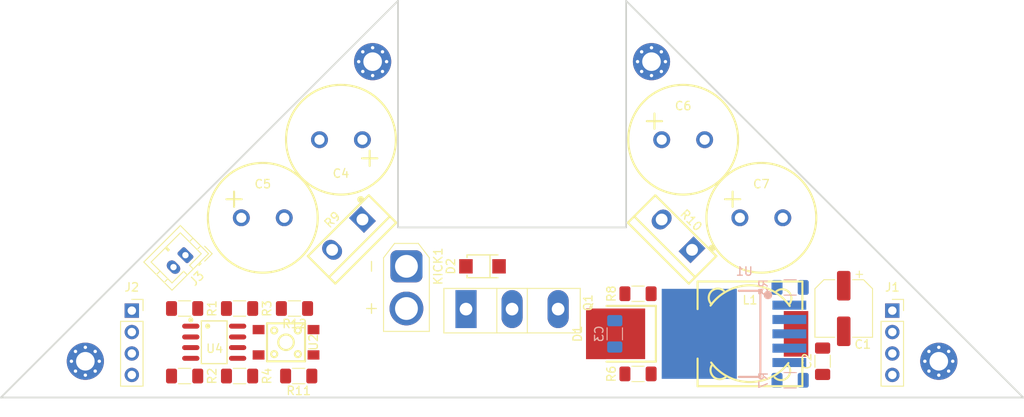
<source format=kicad_pcb>
(kicad_pcb (version 20240108) (generator "pcbnew") (generator_version "8.0")
  (layers (0 "F.Cu" signal) (31 "B.Cu" signal) (34 "B.Paste" user) (35 "F.Paste" user) (36 "B.SilkS" user "B.Silkscreen") (37 "F.SilkS" user "F.Silkscreen") (38 "B.Mask" user) (39 "F.Mask" user) (44 "Edge.Cuts" user))
  (net 0 "")
  (net 1 "VCC")
  (net 2 "GND")
  (net 3 "+48V")
  (net 4 "CAP_VCC")
  (net 5 "/OUTA")
  (net 6 "/INA")
  (net 7 "/INB")
  (net 8 "Net-(U4-~{OUTA})")
  (net 9 "Net-(U4-~{OUTB})")
  (net 10 "/OUTB")
  (net 13 "Net-(R11-Pad2)")
  (net 32 "Net-(D1-A-Pad1)")
  (net 33 "Net-(U1-EN)")
  (net 34 "/FB")
  (net 53 "Net-(D2-A)")
  (footprint "EasyEDA:CAP-TH_BD13.0-P5.00-D1.2-FD" (layer "F.Cu") (at -29.5 -11)
    (property "Reference" "C5" (at 0 -4 0) (layer "F.SilkS"))
    (property "Value" "1000uF")
    (fp_line (start -4.3 -2.2) (end -2.5 -2.2) (stroke (width 0.25)) (layer "F.SilkS"))
    (fp_line (start -3.4 -3.1) (end -3.4 -1.3) (stroke (width 0.25)) (layer "F.SilkS"))
    (fp_circle (center 0 0) (end 6.5 0) (stroke (width 0.25)) (fill none) (layer "F.SilkS"))
    (pad "1" thru_hole circle (at -2.54 0) (size 2 2) (drill 1.199896) (layers "*.Cu" "*.Mask") (net 4 "CAP_VCC"))
    (pad "2" thru_hole circle (at 2.54 0) (size 2 2) (drill 1.199896) (layers "*.Cu" "*.Mask") (net 2 "GND"))
  )
  (footprint "EasyEDA:SW-SMD_4P-L4.5-W4.5-P3.00-LS6.8" (layer "F.Cu") (at -26.75 3.75)
    (property "Reference" "U2" (at 3.25 0 90) (layer "F.SilkS"))
    (property "Value" "TS4535TP 250GF 009")
    (fp_line (start -2.25 -2.25) (end 2.25 -2.25) (stroke (width 0.25)) (layer "F.SilkS"))
    (fp_line (start -2.25 2.25) (end -2.25 -2.25) (stroke (width 0.25)) (layer "F.SilkS"))
    (fp_line (start 2.25 -2.25) (end 2.25 2.25) (stroke (width 0.25)) (layer "F.SilkS"))
    (fp_line (start 2.25 2.25) (end -2.25 2.25) (stroke (width 0.25)) (layer "F.SilkS"))
    (fp_circle (center -1.4 -1.4) (end -1.04 -1.4) (stroke (width 0.25)) (fill none) (layer "F.SilkS"))
    (fp_circle (center -1.4 1.4) (end -1.04 1.4) (stroke (width 0.25)) (fill none) (layer "F.SilkS"))
    (fp_circle (center 0 0) (end 0.92 0) (stroke (width 0.25)) (fill none) (layer "F.SilkS"))
    (fp_circle (center 1.4 -1.4) (end 1.76 -1.4) (stroke (width 0.25)) (fill none) (layer "F.SilkS"))
    (fp_circle (center 1.4 1.4) (end 1.76 1.4) (stroke (width 0.25)) (fill none) (layer "F.SilkS"))
    (pad "1" smd rect (at -3.25 -1.5) (size 1.4 1.1) (layers "F.Cu" "F.Paste" "F.Mask") (net 5 "/OUTA"))
    (pad "2" smd rect (at 3.25 -1.5) (size 1.4 1.1) (layers "F.Cu" "F.Paste" "F.Mask") (net 5 "/OUTA"))
    (pad "3" smd rect (at -3.25 1.5) (size 1.4 1.1) (layers "F.Cu" "F.Paste" "F.Mask") (net 13 "Net-(R11-Pad2)"))
    (pad "4" smd rect (at 3.25 1.5) (size 1.4 1.1) (layers "F.Cu" "F.Paste" "F.Mask") (net 13 "Net-(R11-Pad2)"))
  )
  (footprint "Resistor_SMD:R_1206_3216Metric_Pad1.30x1.75mm_HandSolder" (layer "F.Cu") (at 14.904764 -2)
    (property "Reference" "R8" (at -3.154764 0 90) (layer "F.SilkS"))
    (property "Value" "10kR")
    (fp_line (start -0.727064 -0.91) (end 0.727064 -0.91) (stroke (width 0.12)) (layer "F.SilkS"))
    (fp_line (start -0.727064 0.91) (end 0.727064 0.91) (stroke (width 0.12)) (layer "F.SilkS"))
    (pad "1" smd roundrect (at -1.55 0) (size 1.3 1.75) (layers "F.Cu" "F.Paste" "F.Mask") (roundrect_rratio 0.192308) (net 3 "+48V"))
    (pad "2" smd roundrect (at 1.55 0) (size 1.3 1.75) (layers "F.Cu" "F.Paste" "F.Mask") (roundrect_rratio 0.192308) (net 2 "GND"))
  )
  (footprint "Connector_PinSocket_2.54mm:PinSocket_1x04_P2.54mm_Vertical" (layer "F.Cu") (at 45 0)
    (property "Reference" "J1" (at 0 -2.77 0) (layer "F.SilkS"))
    (property "Value" "Conn_01x04")
    (fp_line (start -1.33 1.27) (end -1.33 8.95) (stroke (width 0.12)) (layer "F.SilkS"))
    (fp_line (start -1.33 1.27) (end 1.33 1.27) (stroke (width 0.12)) (layer "F.SilkS"))
    (fp_line (start -1.33 8.95) (end 1.33 8.95) (stroke (width 0.12)) (layer "F.SilkS"))
    (fp_line (start 0 -1.33) (end 1.33 -1.33) (stroke (width 0.12)) (layer "F.SilkS"))
    (fp_line (start 1.33 -1.33) (end 1.33 0) (stroke (width 0.12)) (layer "F.SilkS"))
    (fp_line (start 1.33 1.27) (end 1.33 8.95) (stroke (width 0.12)) (layer "F.SilkS"))
    (pad "1" thru_hole rect (at 0 0) (size 1.7 1.7) (drill 1) (layers "*.Cu" "*.Mask") (net 1 "VCC"))
    (pad "2" thru_hole oval (at 0 2.54) (size 1.7 1.7) (drill 1) (layers "*.Cu" "*.Mask") (net 1 "VCC"))
    (pad "3" thru_hole oval (at 0 5.08) (size 1.7 1.7) (drill 1) (layers "*.Cu" "*.Mask") (net 2 "GND"))
    (pad "4" thru_hole oval (at 0 7.62) (size 1.7 1.7) (drill 1) (layers "*.Cu" "*.Mask") (net 2 "GND"))
  )
  (footprint "EasyEDA:CAP-TH_BD13.0-P5.00-D1.2-FD" (layer "F.Cu") (at 29.5 -11)
    (property "Reference" "C7" (at 0 -4 0) (layer "F.SilkS"))
    (property "Value" "1000uF")
    (fp_line (start -4.3 -2.2) (end -2.5 -2.2) (stroke (width 0.25)) (layer "F.SilkS"))
    (fp_line (start -3.4 -3.1) (end -3.4 -1.3) (stroke (width 0.25)) (layer "F.SilkS"))
    (fp_circle (center 0 0) (end 6.5 0) (stroke (width 0.25)) (fill none) (layer "F.SilkS"))
    (pad "1" thru_hole circle (at -2.54 0) (size 2 2) (drill 1.199896) (layers "*.Cu" "*.Mask") (net 4 "CAP_VCC"))
    (pad "2" thru_hole circle (at 2.54 0) (size 2 2) (drill 1.199896) (layers "*.Cu" "*.Mask") (net 2 "GND"))
  )
  (footprint "EasyEDA:TO-220-2L_L10.2-W4.6-P5.08-L" (layer "F.Cu") (at -19.5 -9 -135)
    (property "Reference" "R9" (at 0 2.5 -135) (layer "F.SilkS"))
    (property "Value" "50R")
    (fp_line (start 5.100001 -3.1) (end 5.1 1.5) (stroke (width 0.25)) (layer "F.SilkS"))
    (fp_line (start 5.100001 -3.1) (end -5.100001 -3.1) (stroke (width 0.25)) (layer "F.SilkS"))
    (fp_line (start -5.1 1.5) (end 5.1 1.5) (stroke (width 0.25)) (layer "F.SilkS"))
    (fp_line (start -5.08 -2.03) (end 5.1 -2.03) (stroke (width 0.25)) (layer "F.SilkS"))
    (fp_line (start -5.100001 -3.1) (end -5.1 1.5) (stroke (width 0.25)) (layer "F.SilkS"))
    (fp_arc (start -4.07 1.83) (mid -4.07 1.83) (end -4.07 1.83) (stroke (width 0.4)) (layer "F.SilkS"))
    (pad "1" thru_hole rect (at -2.54 0 225) (size 2 2.5) (drill 1.399997) (layers "*.Cu" "*.Mask") (net 4 "CAP_VCC"))
    (pad "2" thru_hole oval (at 2.54 0 225) (size 2 2.5) (drill 1.399997) (layers "*.Cu" "*.Mask") (net 3 "+48V"))
  )
  (footprint "Resistor_SMD:R_1206_3216Metric_Pad1.30x1.75mm_HandSolder" (layer "F.Cu") (at 14.904764 7.5)
    (property "Reference" "R6" (at -3.154764 0 90) (layer "F.SilkS"))
    (property "Value" "73.2kR")
    (fp_line (start -0.727064 -0.91) (end 0.727064 -0.91) (stroke (width 0.12)) (layer "F.SilkS"))
    (fp_line (start -0.727064 0.91) (end 0.727064 0.91) (stroke (width 0.12)) (layer "F.SilkS"))
    (pad "1" smd roundrect (at -1.55 0) (size 1.3 1.75) (layers "F.Cu" "F.Paste" "F.Mask") (roundrect_rratio 0.192308) (net 3 "+48V"))
    (pad "2" smd roundrect (at 1.55 0) (size 1.3 1.75) (layers "F.Cu" "F.Paste" "F.Mask") (roundrect_rratio 0.192308) (net 34 "/FB"))
  )
  (footprint "Connector_PinSocket_2.54mm:PinSocket_1x04_P2.54mm_Vertical" (layer "F.Cu") (at -45 0)
    (property "Reference" "J2" (at 0 -2.77 0) (layer "F.SilkS"))
    (property "Value" "Conn_01x04")
    (fp_line (start -1.33 1.27) (end -1.33 8.95) (stroke (width 0.12)) (layer "F.SilkS"))
    (fp_line (start -1.33 1.27) (end 1.33 1.27) (stroke (width 0.12)) (layer "F.SilkS"))
    (fp_line (start -1.33 8.95) (end 1.33 8.95) (stroke (width 0.12)) (layer "F.SilkS"))
    (fp_line (start 0 -1.33) (end 1.33 -1.33) (stroke (width 0.12)) (layer "F.SilkS"))
    (fp_line (start 1.33 -1.33) (end 1.33 0) (stroke (width 0.12)) (layer "F.SilkS"))
    (fp_line (start 1.33 1.27) (end 1.33 8.95) (stroke (width 0.12)) (layer "F.SilkS"))
    (pad "1" thru_hole rect (at 0 0) (size 1.7 1.7) (drill 1) (layers "*.Cu" "*.Mask") (net 1 "VCC"))
    (pad "2" thru_hole oval (at 0 2.54) (size 1.7 1.7) (drill 1) (layers "*.Cu" "*.Mask") (net 7 "/INB"))
    (pad "3" thru_hole oval (at 0 5.08) (size 1.7 1.7) (drill 1) (layers "*.Cu" "*.Mask") (net 6 "/INA"))
    (pad "4" thru_hole oval (at 0 7.62) (size 1.7 1.7) (drill 1) (layers "*.Cu" "*.Mask") (net 2 "GND"))
  )
  (footprint "MountingHole:MountingHole_2.2mm_M2_Pad_Via" (layer "F.Cu") (at -16.5 -29.5)
    (property "Reference" "H1" (hide yes))
    (property "Value" "MountingHole_Pad")
    (pad "1" thru_hole circle (at -1.65 0) (size 0.7 0.7) (drill 0.4) (layers "*.Cu" "*.Mask"))
    (pad "1" thru_hole circle (at -1.166726 -1.166726) (size 0.7 0.7) (drill 0.4) (layers "*.Cu" "*.Mask"))
    (pad "1" thru_hole circle (at -1.166726 1.166726) (size 0.7 0.7) (drill 0.4) (layers "*.Cu" "*.Mask"))
    (pad "1" thru_hole circle (at 0 -1.65) (size 0.7 0.7) (drill 0.4) (layers "*.Cu" "*.Mask"))
    (pad "1" thru_hole circle (at 0 0) (size 4.4 4.4) (drill 2.2) (layers "*.Cu" "*.Mask"))
    (pad "1" thru_hole circle (at 0 1.65) (size 0.7 0.7) (drill 0.4) (layers "*.Cu" "*.Mask"))
    (pad "1" thru_hole circle (at 1.166726 -1.166726) (size 0.7 0.7) (drill 0.4) (layers "*.Cu" "*.Mask"))
    (pad "1" thru_hole circle (at 1.166726 1.166726) (size 0.7 0.7) (drill 0.4) (layers "*.Cu" "*.Mask"))
    (pad "1" thru_hole circle (at 1.65 0) (size 0.7 0.7) (drill 0.4) (layers "*.Cu" "*.Mask"))
  )
  (footprint "MountingHole:MountingHole_2.2mm_M2_Pad_Via" (layer "F.Cu") (at 16.5 -29.5)
    (property "Reference" "H2" (hide yes))
    (property "Value" "MountingHole_Pad")
    (pad "1" thru_hole circle (at -1.65 0) (size 0.7 0.7) (drill 0.4) (layers "*.Cu" "*.Mask"))
    (pad "1" thru_hole circle (at -1.166726 -1.166726) (size 0.7 0.7) (drill 0.4) (layers "*.Cu" "*.Mask"))
    (pad "1" thru_hole circle (at -1.166726 1.166726) (size 0.7 0.7) (drill 0.4) (layers "*.Cu" "*.Mask"))
    (pad "1" thru_hole circle (at 0 -1.65) (size 0.7 0.7) (drill 0.4) (layers "*.Cu" "*.Mask"))
    (pad "1" thru_hole circle (at 0 0) (size 4.4 4.4) (drill 2.2) (layers "*.Cu" "*.Mask"))
    (pad "1" thru_hole circle (at 0 1.65) (size 0.7 0.7) (drill 0.4) (layers "*.Cu" "*.Mask"))
    (pad "1" thru_hole circle (at 1.166726 -1.166726) (size 0.7 0.7) (drill 0.4) (layers "*.Cu" "*.Mask"))
    (pad "1" thru_hole circle (at 1.166726 1.166726) (size 0.7 0.7) (drill 0.4) (layers "*.Cu" "*.Mask"))
    (pad "1" thru_hole circle (at 1.65 0) (size 0.7 0.7) (drill 0.4) (layers "*.Cu" "*.Mask"))
  )
  (footprint "EasyEDA:SMAF_L3.5-W2.6-LS4.7-RD-1" (layer "F.Cu") (at -3.5 -5.25 180)
    (property "Reference" "D2" (at 3.75 0 90) (layer "F.SilkS"))
    (property "Value" "S3MF")
    (fp_line (start 1.83 1.03) (end 1.83 1.35) (stroke (width 0.15)) (layer "F.SilkS"))
    (fp_line (start 1.83 -1.35) (end 1.83 -1.03) (stroke (width 0.15)) (layer "F.SilkS"))
    (fp_line (start -0.89 -1.35) (end -0.89 1.35) (stroke (width 0.15)) (layer "F.SilkS"))
    (fp_line (start -1.83 1.35) (end 1.83 1.35) (stroke (width 0.15)) (layer "F.SilkS"))
    (fp_line (start -1.83 -1.35) (end 1.83 -1.35) (stroke (width 0.15)) (layer "F.SilkS"))
    (pad "1" smd rect (at -1.96 0) (size 1.6 1.7) (layers "F.Cu" "F.Paste" "F.Mask") (net 4 "CAP_VCC"))
    (pad "2" smd rect (at 1.96 0) (size 1.6 1.7) (layers "F.Cu" "F.Paste" "F.Mask") (net 53 "Net-(D2-A)"))
  )
  (footprint "EasyEDA:SOIC-8_L4.9-W3.9-P1.27-LS6.0-BL" (layer "F.Cu") (at -35.25 3.75 -90)
    (property "Reference" "U4" (at 0.75 -0.05 360) (layer "F.SilkS"))
    (property "Value" "TC4427AEOA713_C5804606")
    (fp_line (start -2.53 1.52) (end -2.53 -1.52) (stroke (width 0.15)) (layer "F.SilkS"))
    (fp_line (start 2.53 1.52) (end -2.53 1.52) (stroke (width 0.15)) (layer "F.SilkS"))
    (fp_line (start -2.53 -1.52) (end 2.53 -1.52) (stroke (width 0.15)) (layer "F.SilkS"))
    (fp_line (start 2.53 -1.52) (end 2.53 1.52) (stroke (width 0.15)) (layer "F.SilkS"))
    (fp_circle (center -2.65 2.77) (end -2.5 2.77) (stroke (width 0.3)) (fill none) (layer "F.SilkS"))
    (fp_circle (center -1.91 0.77) (end -1.76 0.77) (stroke (width 0.3)) (fill none) (layer "F.SilkS"))
    (pad "1" smd oval (at -1.91 2.77 270) (size 0.59 2.05) (layers "F.Cu" "F.Paste" "F.Mask"))
    (pad "2" smd oval (at -0.63 2.77 270) (size 0.59 2.05) (layers "F.Cu" "F.Paste" "F.Mask") (net 6 "/INA"))
    (pad "3" smd oval (at 0.63 2.77 270) (size 0.59 2.05) (layers "F.Cu" "F.Paste" "F.Mask") (net 2 "GND"))
    (pad "4" smd oval (at 1.9 2.77 270) (size 0.59 2.05) (layers "F.Cu" "F.Paste" "F.Mask") (net 7 "/INB"))
    (pad "5" smd oval (at 1.9 -2.77 270) (size 0.59 2.05) (layers "F.Cu" "F.Paste" "F.Mask") (net 9 "Net-(U4-~{OUTB})"))
    (pad "6" smd oval (at 0.63 -2.77 270) (size 0.59 2.05) (layers "F.Cu" "F.Paste" "F.Mask") (net 1 "VCC"))
    (pad "7" smd oval (at -0.63 -2.77 270) (size 0.59 2.05) (layers "F.Cu" "F.Paste" "F.Mask") (net 8 "Net-(U4-~{OUTA})"))
    (pad "8" smd oval (at -1.91 -2.77 270) (size 0.59 2.05) (layers "F.Cu" "F.Paste" "F.Mask"))
  )
  (footprint "Package_TO_SOT_THT:TO-247-3_Vertical" (layer "F.Cu") (at -5.45 -0.18)
    (property "Reference" "Q1" (at 14.45 -0.75 -90) (layer "F.SilkS"))
    (property "Value" "NMOS")
    (fp_line (start -2.62 -2.451) (end -2.62 2.82) (stroke (width 0.12)) (layer "F.SilkS"))
    (fp_line (start -2.62 -2.451) (end 13.52 -2.451) (stroke (width 0.12)) (layer "F.SilkS"))
    (fp_line (start -2.62 2.82) (end 13.52 2.82) (stroke (width 0.12)) (layer "F.SilkS"))
    (fp_line (start 3.646 -2.451) (end 3.646 2.82) (stroke (width 0.12)) (layer "F.SilkS"))
    (fp_line (start 7.255 -2.451) (end 7.255 2.82) (stroke (width 0.12)) (layer "F.SilkS"))
    (fp_line (start 13.52 -2.451) (end 13.52 2.82) (stroke (width 0.12)) (layer "F.SilkS"))
    (pad "1" thru_hole rect (at 0 0) (size 2.5 4.5) (drill 1.5) (layers "*.Cu" "*.Mask") (net 53 "Net-(D2-A)"))
    (pad "2" thru_hole oval (at 5.45 0) (size 2.5 4.5) (drill 1.5) (layers "*.Cu" "*.Mask") (net 5 "/OUTA"))
    (pad "3" thru_hole oval (at 10.9 0) (size 2.5 4.5) (drill 1.5) (layers "*.Cu" "*.Mask") (net 2 "GND"))
  )
  (footprint "EasyEDA:TO-252-3_L6.5-W5.9-P4.60-LS10.0-BL" (layer "F.Cu") (at 15.849764 2.75 90)
    (property "Reference" "D1" (at 0 -8.099764 90) (layer "F.SilkS"))
    (property "Value" "MBRD1045")
    (fp_line (start -3.3 -4.67) (end -3.3 1.17) (stroke (width 0.25)) (layer "F.SilkS"))
    (fp_line (start 3.31 1.17) (end 3.31 -4.67) (stroke (width 0.25)) (layer "F.SilkS"))
    (fp_line (start -3.3 1.17) (end 3.31 1.17) (stroke (width 0.25)) (layer "F.SilkS"))
    (pad "1" smd rect (at -2.3 3.6 180) (size 2.22 1.06) (layers "F.Cu" "F.Paste" "F.Mask") (net 32 "Net-(D1-A-Pad1)"))
    (pad "2" smd rect (at 0 -3.6 90) (size 6 7) (layers "F.Cu" "F.Paste" "F.Mask") (net 3 "+48V"))
    (pad "3" smd rect (at 2.3 3.6 180) (size 2.22 1.06) (layers "F.Cu" "F.Paste" "F.Mask") (net 32 "Net-(D1-A-Pad1)"))
  )
  (footprint "Resistor_SMD:R_1206_3216Metric_Pad1.30x1.75mm_HandSolder" (layer "F.Cu") (at -25.25 7.75)
    (property "Reference" "R11" (at 0 1.75 360) (layer "F.SilkS"))
    (property "Value" "10kR")
    (fp_line (start -0.727064 -0.91) (end 0.727064 -0.91) (stroke (width 0.12)) (layer "F.SilkS"))
    (fp_line (start -0.727064 0.91) (end 0.727064 0.91) (stroke (width 0.12)) (layer "F.SilkS"))
    (pad "1" smd roundrect (at -1.55 0) (size 1.3 1.75) (layers "F.Cu" "F.Paste" "F.Mask") (roundrect_rratio 0.192308) (net 1 "VCC"))
    (pad "2" smd roundrect (at 1.55 0) (size 1.3 1.75) (layers "F.Cu" "F.Paste" "F.Mask") (roundrect_rratio 0.192308) (net 13 "Net-(R11-Pad2)"))
  )
  (footprint "Connector_AMASS:AMASS_XT30U-F_1x02_P5.0mm_Vertical" (layer "F.Cu") (at -12.5 -5.25 -90)
    (property "Reference" "KICK1" (at 0 -3.75 90) (layer "F.SilkS"))
    (property "Value" "XT30")
    (fp_line (start -1.01 2.71) (end 7.71 2.71) (stroke (width 0.12)) (layer "F.SilkS"))
    (fp_line (start -2.71 1.41) (end -1.01 2.71) (stroke (width 0.12)) (layer "F.SilkS"))
    (fp_line (start -2.71 -1.41) (end -2.71 1.41) (stroke (width 0.12)) (layer "F.SilkS"))
    (fp_line (start -2.71 -1.41) (end -1.01 -2.71) (stroke (width 0.12)) (layer "F.SilkS"))
    (fp_line (start -1.01 -2.71) (end 7.71 -2.71) (stroke (width 0.12)) (layer "F.SilkS"))
    (fp_line (start 7.71 -2.71) (end 7.71 2.71) (stroke (width 0.12)) (layer "F.SilkS"))
    (fp_text user "+" (at 5 4.25 90) (layer "F.SilkS") (effects (font (size 1.5 1.5))))
    (fp_text user "-" (at 0 4.25 90) (layer "F.SilkS") (effects (font (size 1.5 1.5))))
    (pad "1" thru_hole roundrect (at 0 0 270) (size 3.8 3.8) (drill 2.7) (layers "*.Cu" "*.Mask") (roundrect_rratio 0.2) (net 4 "CAP_VCC"))
    (pad "2" thru_hole circle (at 5 0 270) (size 4 4) (drill 2.7) (layers "*.Cu" "*.Mask") (net 53 "Net-(D2-A)"))
  )
  (footprint "Capacitor_SMD:CP_Elec_6.3x7.7" (layer "F.Cu") (at 39.25 -0.25 -90)
    (property "Reference" "C1" (at 4.25 -2.25 360) (layer "F.SilkS"))
    (property "Value" "100uF")
    (fp_line (start -2.345563 3.41) (end 3.41 3.41) (stroke (width 0.12)) (layer "F.SilkS"))
    (fp_line (start 3.41 3.41) (end 3.41 1.06) (stroke (width 0.12)) (layer "F.SilkS"))
    (fp_line (start -3.41 2.345563) (end -2.345563 3.41) (stroke (width 0.12)) (layer "F.SilkS"))
    (fp_line (start -3.41 2.345563) (end -3.41 1.06) (stroke (width 0.12)) (layer "F.SilkS"))
    (fp_line (start -4.4375 -1.8475) (end -3.65 -1.8475) (stroke (width 0.12)) (layer "F.SilkS"))
    (fp_line (start -4.04375 -2.24125) (end -4.04375 -1.45375) (stroke (width 0.12)) (layer "F.SilkS"))
    (fp_line (start -3.41 -2.345563) (end -3.41 -1.06) (stroke (width 0.12)) (layer "F.SilkS"))
    (fp_line (start -3.41 -2.345563) (end -2.345563 -3.41) (stroke (width 0.12)) (layer "F.SilkS"))
    (fp_line (start -2.345563 -3.41) (end 3.41 -3.41) (stroke (width 0.12)) (layer "F.SilkS"))
    (fp_line (start 3.41 -3.41) (end 3.41 -1.06) (stroke (width 0.12)) (layer "F.SilkS"))
    (pad "1" smd roundrect (at -2.7 0 270) (size 3.5 1.6) (layers "F.Cu" "F.Paste" "F.Mask") (roundrect_rratio 0.15625) (net 2 "GND"))
    (pad "2" smd roundrect (at 2.7 0 270) (size 3.5 1.6) (layers "F.Cu" "F.Paste" "F.Mask") (roundrect_rratio 0.15625) (net 1 "VCC"))
  )
  (footprint "EasyEDA:CAP-TH_BD13.0-P5.00-D1.2-FD" (layer "F.Cu") (at 20.25 -20.25)
    (property "Reference" "C6" (at 0 -4 360) (layer "F.SilkS"))
    (property "Value" "1000uF")
    (fp_line (start -4.3 -2.2) (end -2.5 -2.2) (stroke (width 0.25)) (layer "F.SilkS"))
    (fp_line (start -3.4 -3.1) (end -3.4 -1.3) (stroke (width 0.25)) (layer "F.SilkS"))
    (fp_circle (center 0 0) (end 6.5 0) (stroke (width 0.25)) (fill none) (layer "F.SilkS"))
    (pad "1" thru_hole circle (at -2.54 0) (size 2 2) (drill 1.199896) (layers "*.Cu" "*.Mask") (net 4 "CAP_VCC"))
    (pad "2" thru_hole circle (at 2.54 0) (size 2 2) (drill 1.199896) (layers "*.Cu" "*.Mask") (net 2 "GND"))
  )
  (footprint "Resistor_SMD:R_1206_3216Metric_Pad1.30x1.75mm_HandSolder" (layer "F.Cu") (at -32.25 7.75 180)
    (property "Reference" "R4" (at -3.25 0 90) (layer "F.SilkS"))
    (property "Value" "10R")
    (fp_line (start -0.727064 0.91) (end 0.727064 0.91) (stroke (width 0.12)) (layer "F.SilkS"))
    (fp_line (start -0.727064 -0.91) (end 0.727064 -0.91) (stroke (width 0.12)) (layer "F.SilkS"))
    (pad "1" smd roundrect (at -1.55 0 180) (size 1.3 1.75) (layers "F.Cu" "F.Paste" "F.Mask") (roundrect_rratio 0.192308) (net 10 "/OUTB"))
    (pad "2" smd roundrect (at 1.55 0 180) (size 1.3 1.75) (layers "F.Cu" "F.Paste" "F.Mask") (roundrect_rratio 0.192308) (net 9 "Net-(U4-~{OUTB})"))
  )
  (footprint "EasyEDA:CAP-TH_BD13.0-P5.00-D1.2-FD" (layer "F.Cu") (at -20.25 -20.25 180)
    (property "Reference" "C4" (at 0 -4 0) (layer "F.SilkS"))
    (property "Value" "1000uF")
    (fp_line (start -3.4 -3.1) (end -3.4 -1.3) (stroke (width 0.25)) (layer "F.SilkS"))
    (fp_line (start -4.3 -2.2) (end -2.5 -2.2) (stroke (width 0.25)) (layer "F.SilkS"))
    (fp_circle (center 0 0) (end 6.5 0) (stroke (width 0.25)) (fill none) (layer "F.SilkS"))
    (pad "1" thru_hole circle (at -2.54 0 180) (size 2 2) (drill 1.199896) (layers "*.Cu" "*.Mask") (net 4 "CAP_VCC"))
    (pad "2" thru_hole circle (at 2.54 0 180) (size 2 2) (drill 1.199896) (layers "*.Cu" "*.Mask") (net 2 "GND"))
  )
  (footprint "Connector_JST:JST_PH_B2B-PH-K_1x02_P2.00mm_Vertical" (layer "F.Cu") (at -38.653984 -6.568198 -135)
    (property "Reference" "J3" (at 1 -2.9 45) (layer "F.SilkS"))
    (property "Value" "Conn_01x02")
    (fp_line (start 4.06 2.91) (end 4.06 -1.81) (stroke (width 0.12)) (layer "F.SilkS"))
    (fp_line (start 3.45 2.3) (end 3.45 -1.200001) (stroke (width 0.12)) (layer "F.SilkS"))
    (fp_line (start 4.06 0.8) (end 3.45 0.8) (stroke (width 0.12)) (layer "F.SilkS"))
    (fp_line (start 4.06 -0.5) (end 3.45 -0.5) (stroke (width 0.12)) (layer "F.SilkS"))
    (fp_line (start 1 2.3) (end 1 1.8) (stroke (width 0.12)) (layer "F.SilkS"))
    (fp_line (start 0.900001 2.3) (end 0.9 1.8) (stroke (width 0.12)) (layer "F.SilkS"))
    (fp_line (start 1.1 1.8) (end 1.1 2.3) (stroke (width 0.12)) (layer "F.SilkS"))
    (fp_line (start 0.9 1.8) (end 1.1 1.8) (stroke (width 0.12)) (layer "F.SilkS"))
    (fp_line (start 3.45 -1.200001) (end 1.5 -1.2) (stroke (width 0.12)) (layer "F.SilkS"))
    (fp_line (start 4.06 -1.81) (end -2.06 -1.81) (stroke (width 0.12)) (layer "F.SilkS"))
    (fp_line (start -2.06 2.91) (end 4.06 2.91) (stroke (width 0.12)) (layer "F.SilkS"))
    (fp_line (start -1.45 2.3) (end 3.45 2.3) (stroke (width 0.12)) (layer "F.SilkS"))
    (fp_line (start 1.5 -1.2) (end 1.5 -1.81) (stroke (width 0.12)) (layer "F.SilkS"))
    (fp_line (start 0.5 -1.200001) (end -1.45 -1.2) (stroke (width 0.12)) (layer "F.SilkS"))
    (fp_line (start -2.06 0.799999) (end -1.45 0.8) (stroke (width 0.12)) (layer "F.SilkS"))
    (fp_line (start 0.5 -1.81) (end 0.5 -1.200001) (stroke (width 0.12)) (layer "F.SilkS"))
    (fp_line (start -0.3 -1.81) (end -0.3 -2.010001) (stroke (width 0.12)) (layer "F.SilkS"))
    (fp_line (start -0.3 -1.91) (end -0.6 -1.91) (stroke (width 0.12)) (layer "F.SilkS"))
    (fp_line (start -0.3 -2.010001) (end -0.6 -2.010001) (stroke (width 0.12)) (layer "F.SilkS"))
    (fp_line (start -2.06 -0.499999) (end -1.45 -0.5) (stroke (width 0.12)) (layer "F.SilkS"))
    (fp_line (start -0.6 -2.010001) (end -0.6 -1.81) (stroke (width 0.12)) (layer "F.SilkS"))
    (fp_line (start -1.45 -1.2) (end -1.45 2.3) (stroke (width 0.12)) (layer "F.SilkS"))
    (fp_line (start -1.11 -2.11) (end -2.36 -2.11) (stroke (width 0.12)) (layer "F.SilkS"))
    (fp_line (start -2.06 -1.81) (end -2.06 2.91) (stroke (width 0.12)) (layer "F.SilkS"))
    (fp_line (start -2.36 -2.11) (end -2.36 -0.86) (stroke (width 0.12)) (layer "F.SilkS"))
    (pad "1" thru_hole roundrect (at 0 0 225) (size 1.2 1.75) (drill 0.75) (layers "*.Cu" "*.Mask") (roundrect_rratio 0.208333) (net 10 "/OUTB"))
    (pad "2" thru_hole oval (at 2.000001 0 225) (size 1.2 1.75) (drill 0.75) (layers "*.Cu" "*.Mask") (net 2 "GND"))
  )
  (footprint "Capacitor_SMD:C_1206_3216Metric_Pad1.33x1.80mm_HandSolder" (layer "F.Cu") (at 36.75 6 90)
    (property "Reference" "C2" (at 0 -1.85 90) (layer "F.SilkS"))
    (property "Value" "1uF")
    (fp_line (start -0.711252 -0.91) (end 0.711252 -0.91) (stroke (width 0.12)) (layer "F.SilkS"))
    (fp_line (start -0.711252 0.91) (end 0.711252 0.91) (stroke (width 0.12)) (layer "F.SilkS"))
    (pad "1" smd roundrect (at -1.5625 0 90) (size 1.325 1.8) (layers "F.Cu" "F.Paste" "F.Mask") (roundrect_rratio 0.188679) (net 2 "GND"))
    (pad "2" smd roundrect (at 1.5625 0 90) (size 1.325 1.8) (layers "F.Cu" "F.Paste" "F.Mask") (roundrect_rratio 0.188679) (net 1 "VCC"))
  )
  (footprint "MountingHole:MountingHole_2.2mm_M2_Pad_Via" (layer "F.Cu") (at -50.5 6)
    (property "Reference" "H3" (hide yes))
    (property "Value" "MountingHole_Pad")
    (pad "1" thru_hole circle (at -1.65 0) (size 0.7 0.7) (drill 0.4) (layers "*.Cu" "*.Mask"))
    (pad "1" thru_hole circle (at -1.166726 -1.166726) (size 0.7 0.7) (drill 0.4) (layers "*.Cu" "*.Mask"))
    (pad "1" thru_hole circle (at -1.166726 1.166726) (size 0.7 0.7) (drill 0.4) (layers "*.Cu" "*.Mask"))
    (pad "1" thru_hole circle (at 0 -1.65) (size 0.7 0.7) (drill 0.4) (layers "*.Cu" "*.Mask"))
    (pad "1" thru_hole circle (at 0 0) (size 4.4 4.4) (drill 2.2) (layers "*.Cu" "*.Mask"))
    (pad "1" thru_hole circle (at 0 1.65) (size 0.7 0.7) (drill 0.4) (layers "*.Cu" "*.Mask"))
    (pad "1" thru_hole circle (at 1.166726 -1.166726) (size 0.7 0.7) (drill 0.4) (layers "*.Cu" "*.Mask"))
    (pad "1" thru_hole circle (at 1.166726 1.166726) (size 0.7 0.7) (drill 0.4) (layers "*.Cu" "*.Mask"))
    (pad "1" thru_hole circle (at 1.65 0) (size 0.7 0.7) (drill 0.4) (layers "*.Cu" "*.Mask"))
  )
  (footprint "Resistor_SMD:R_1206_3216Metric_Pad1.30x1.75mm_HandSolder" (layer "F.Cu") (at -32.25 -0.25)
    (property "Reference" "R3" (at 3.25 0 90) (layer "F.SilkS"))
    (property "Value" "10R")
    (fp_line (start -0.727064 -0.91) (end 0.727064 -0.91) (stroke (width 0.12)) (layer "F.SilkS"))
    (fp_line (start -0.727064 0.91) (end 0.727064 0.91) (stroke (width 0.12)) (layer "F.SilkS"))
    (pad "1" smd roundrect (at -1.55 0) (size 1.3 1.75) (layers "F.Cu" "F.Paste" "F.Mask") (roundrect_rratio 0.192308) (net 8 "Net-(U4-~{OUTA})"))
    (pad "2" smd roundrect (at 1.55 0) (size 1.3 1.75) (layers "F.Cu" "F.Paste" "F.Mask") (roundrect_rratio 0.192308) (net 5 "/OUTA"))
  )
  (footprint "EasyEDA:TO-220-2L_L10.2-W4.6-P5.08-L" (layer "F.Cu") (at 19.5 -9 135)
    (property "Reference" "R10" (at 0 2.4025 135) (layer "F.SilkS"))
    (property "Value" "50R")
    (fp_line (start 5.100001 -3.1) (end 5.1 1.5) (stroke (width 0.25)) (layer "F.SilkS"))
    (fp_line (start 5.100001 -3.1) (end -5.100001 -3.1) (stroke (width 0.25)) (layer "F.SilkS"))
    (fp_line (start -5.100001 -3.1) (end -5.1 1.5) (stroke (width 0.25)) (layer "F.SilkS"))
    (fp_line (start -5.08 -2.03) (end 5.1 -2.03) (stroke (width 0.25)) (layer "F.SilkS"))
    (fp_line (start -5.1 1.5) (end 5.1 1.5) (stroke (width 0.25)) (layer "F.SilkS"))
    (fp_arc (start -4.07 1.83) (mid -4.07 1.83) (end -4.07 1.83) (stroke (width 0.4)) (layer "F.SilkS"))
    (pad "1" thru_hole rect (at -2.54 0 135) (size 2 2.5) (drill 1.399997) (layers "*.Cu" "*.Mask") (net 3 "+48V"))
    (pad "2" thru_hole oval (at 2.54 0 135) (size 2 2.5) (drill 1.399997) (layers "*.Cu" "*.Mask") (net 4 "CAP_VCC"))
  )
  (footprint "MountingHole:MountingHole_2.2mm_M2_Pad_Via" (layer "F.Cu") (at 50.5 6)
    (property "Reference" "H4" (hide yes))
    (property "Value" "MountingHole_Pad")
    (pad "1" thru_hole circle (at -1.65 0) (size 0.7 0.7) (drill 0.4) (layers "*.Cu" "*.Mask"))
    (pad "1" thru_hole circle (at -1.166726 -1.166726) (size 0.7 0.7) (drill 0.4) (layers "*.Cu" "*.Mask"))
    (pad "1" thru_hole circle (at -1.166726 1.166726) (size 0.7 0.7) (drill 0.4) (layers "*.Cu" "*.Mask"))
    (pad "1" thru_hole circle (at 0 -1.65) (size 0.7 0.7) (drill 0.4) (layers "*.Cu" "*.Mask"))
    (pad "1" thru_hole circle (at 0 0) (size 4.4 4.4) (drill 2.2) (layers "*.Cu" "*.Mask"))
    (pad "1" thru_hole circle (at 0 1.65) (size 0.7 0.7) (drill 0.4) (layers "*.Cu" "*.Mask"))
    (pad "1" thru_hole circle (at 1.166726 -1.166726) (size 0.7 0.7) (drill 0.4) (layers "*.Cu" "*.Mask"))
    (pad "1" thru_hole circle (at 1.166726 1.166726) (size 0.7 0.7) (drill 0.4) (layers "*.Cu" "*.Mask"))
    (pad "1" thru_hole circle (at 1.65 0) (size 0.7 0.7) (drill 0.4) (layers "*.Cu" "*.Mask"))
  )
  (footprint "EasyEDA:IND-SMD_L12.3-W12.3" (layer "F.Cu") (at 28.154764 2.75)
    (property "Reference" "L1" (at 0 -4 360) (layer "F.SilkS"))
    (property "Value" "SMDRI127-470MT")
    (fp_line (start -6.2 -6.2) (end -6.2 -2.93) (stroke (width 0.25)) (layer "F.SilkS"))
    (fp_line (start -6.2 -6.2) (end 6.2 -6.2) (stroke (width 0.25)) (layer "F.SilkS"))
    (fp_line (start -6.2 2.93) (end -6.2 6.2) (stroke (width 0.25)) (layer "F.SilkS"))
    (fp_line (start -6.2 6.2) (end 6.2 6.2) (stroke (width 0.25)) (layer "F.SilkS"))
    (fp_line (start 6.2 -2.93) (end 6.2 -6.2) (stroke (width 0.25)) (layer "F.SilkS"))
    (fp_line (start 6.2 6.2) (end 6.2 2.93) (stroke (width 0.25)) (layer "F.SilkS"))
    (fp_arc (start -4.67 -3.35) (mid 0.028307 -5.751402) (end 4.702706 -3.30379) (stroke (width 0.25)) (layer "F.SilkS"))
    (fp_arc (start -4.541273 -3.497112) (mid -4.60171 -5.000875) (end -3.1 -5.1) (stroke (width 0.25)) (layer "F.SilkS"))
    (fp_arc (start -2.768116 5.014047) (mid -4.210815 5.176269) (end -4.53 3.76) (stroke (width 0.25)) (layer "F.SilkS"))
    (fp_arc (start 3.086836 -4.998543) (mid 4.552024 -4.999588) (end 4.68 -3.54) (stroke (width 0.25)) (layer "F.SilkS"))
    (fp_arc (start 4.499953 3.6939) (mid 4.423873 5.185846) (end 2.93 5.18) (stroke (width 0.25)) (layer "F.SilkS"))
    (fp_arc (start 4.55 3.46) (mid -0.036493 5.71601) (end -4.593807 3.401622) (stroke (width 0.25)) (layer "F.SilkS"))
    (pad "1" smd rect (at -5.45 0) (size 2.9 5.4) (layers "F.Cu" "F.Paste" "F.Mask") (net 32 "Net-(D1-A-Pad1)"))
    (pad "2" smd rect (at 5.45 0) (size 2.9 5.4) (layers "F.Cu" "F.Paste" "F.Mask") (net 1 "VCC"))
  )
  (footprint "Resistor_SMD:R_1206_3216Metric_Pad1.30x1.75mm_HandSolder" (layer "F.Cu") (at -38.75 -0.25)
    (property "Reference" "R1" (at 3.25 0 90) (layer "F.SilkS"))
    (property "Value" "10kR")
    (fp_line (start -0.727064 -0.91) (end 0.727064 -0.91) (stroke (width 0.12)) (layer "F.SilkS"))
    (fp_line (start -0.727064 0.91) (end 0.727064 0.91) (stroke (width 0.12)) (layer "F.SilkS"))
    (pad "1" smd roundrect (at -1.55 0) (size 1.3 1.75) (layers "F.Cu" "F.Paste" "F.Mask") (roundrect_rratio 0.192308) (net 2 "GND"))
    (pad "2" smd roundrect (at 1.55 0) (size 1.3 1.75) (layers "F.Cu" "F.Paste" "F.Mask") (roundrect_rratio 0.192308) (net 6 "/INA"))
  )
  (footprint "Resistor_SMD:R_1206_3216Metric_Pad1.30x1.75mm_HandSolder" (layer "F.Cu") (at -38.75 7.75)
    (property "Reference" "R2" (at 3.25 0 90) (layer "F.SilkS"))
    (property "Value" "10kR")
    (fp_line (start -0.727064 -0.91) (end 0.727064 -0.91) (stroke (width 0.12)) (layer "F.SilkS"))
    (fp_line (start -0.727064 0.91) (end 0.727064 0.91) (stroke (width 0.12)) (layer "F.SilkS"))
    (pad "1" smd roundrect (at -1.55 0) (size 1.3 1.75) (layers "F.Cu" "F.Paste" "F.Mask") (roundrect_rratio 0.192308) (net 2 "GND"))
    (pad "2" smd roundrect (at 1.55 0) (size 1.3 1.75) (layers "F.Cu" "F.Paste" "F.Mask") (roundrect_rratio 0.192308) (net 7 "/INB"))
  )
  (footprint "Resistor_SMD:R_1206_3216Metric_Pad1.30x1.75mm_HandSolder" (layer "F.Cu") (at -25.75 -0.25 180)
    (property "Reference" "R12" (at 0 -1.82 360) (layer "F.SilkS"))
    (property "Value" "10kR")
    (fp_line (start -0.727064 0.91) (end 0.727064 0.91) (stroke (width 0.12)) (layer "F.SilkS"))
    (fp_line (start -0.727064 -0.91) (end 0.727064 -0.91) (stroke (width 0.12)) (layer "F.SilkS"))
    (pad "1" smd roundrect (at -1.55 0 180) (size 1.3 1.75) (layers "F.Cu" "F.Paste" "F.Mask") (roundrect_rratio 0.192308) (net 2 "GND"))
    (pad "2" smd roundrect (at 1.55 0 180) (size 1.3 1.75) (layers "F.Cu" "F.Paste" "F.Mask") (roundrect_rratio 0.192308) (net 5 "/OUTA"))
  )
  (footprint "Resistor_SMD:R_1206_3216Metric_Pad1.30x1.75mm_HandSolder" (layer "B.Cu") (at 32.904764 8.25)
    (property "Reference" "R7" (at -3.154764 0 90) (layer "B.SilkS") (effects (justify mirror)))
    (property "Value" "2kR")
    (fp_line (start 0.727064 -0.91) (end -0.727064 -0.91) (stroke (width 0.12)) (layer "B.SilkS"))
    (fp_line (start 0.727064 0.91) (end -0.727064 0.91) (stroke (width 0.12)) (layer "B.SilkS"))
    (pad "1" smd roundrect (at -1.55 0) (size 1.3 1.75) (layers "B.Cu" "B.Paste" "B.Mask") (roundrect_rratio 0.192308) (net 34 "/FB"))
    (pad "2" smd roundrect (at 1.55 0) (size 1.3 1.75) (layers "B.Cu" "B.Paste" "B.Mask") (roundrect_rratio 0.192308) (net 2 "GND"))
  )
  (footprint "Capacitor_SMD:C_1206_3216Metric_Pad1.33x1.80mm_HandSolder" (layer "B.Cu") (at 12.154764 2.75 -90)
    (property "Reference" "C3" (at 0 1.85 90) (layer "B.SilkS") (effects (justify mirror)))
    (property "Value" "1uF")
    (fp_line (start 0.711252 0.91) (end -0.711252 0.91) (stroke (width 0.12)) (layer "B.SilkS"))
    (fp_line (start 0.711252 -0.91) (end -0.711252 -0.91) (stroke (width 0.12)) (layer "B.SilkS"))
    (pad "1" smd roundrect (at -1.5625 0 270) (size 1.325 1.8) (layers "B.Cu" "B.Paste" "B.Mask") (roundrect_rratio 0.188679) (net 3 "+48V"))
    (pad "2" smd roundrect (at 1.5625 0 270) (size 1.325 1.8) (layers "B.Cu" "B.Paste" "B.Mask") (roundrect_rratio 0.188679) (net 2 "GND"))
  )
  (footprint "Resistor_SMD:R_1206_3216Metric_Pad1.30x1.75mm_HandSolder" (layer "B.Cu") (at 32.904764 -2.75)
    (property "Reference" "R5" (at -3.154764 0 90) (layer "B.SilkS") (effects (justify mirror)))
    (property "Value" "10k")
    (fp_line (start 0.727064 -0.91) (end -0.727064 -0.91) (stroke (width 0.12)) (layer "B.SilkS"))
    (fp_line (start 0.727064 0.91) (end -0.727064 0.91) (stroke (width 0.12)) (layer "B.SilkS"))
    (pad "1" smd roundrect (at -1.55 0) (size 1.3 1.75) (layers "B.Cu" "B.Paste" "B.Mask") (roundrect_rratio 0.192308) (net 33 "Net-(U1-EN)"))
    (pad "2" smd roundrect (at 1.55 0) (size 1.3 1.75) (layers "B.Cu" "B.Paste" "B.Mask") (roundrect_rratio 0.192308) (net 1 "VCC"))
  )
  (footprint "EasyEDA:TO-263-5_L10.2-W9.9-P1.70-LS14.4-TL" (layer "B.Cu") (at 27.484764 2.75 180)
    (property "Reference" "U1" (at 0 7.4 360) (layer "B.SilkS") (effects (justify mirror)))
    (property "Value" "XL6019E1")
    (fp_line (start 0.65 5.1) (end 0.6 5.1) (stroke (width 0.25)) (layer "B.SilkS"))
    (fp_line (start 0.65 -5.1) (end -1.9 -5.1) (stroke (width 0.25)) (layer "B.SilkS"))
    (fp_line (start -1.9 5.1) (end 0.6 5.1) (stroke (width 0.25)) (layer "B.SilkS"))
    (fp_line (start -1.9 -5.1) (end -1.9 5.1) (stroke (width 0.25)) (layer "B.SilkS"))
    (fp_circle (center -2.8 4.6) (end -2.55 4.6) (stroke (width 0.5)) (fill none) (layer "B.SilkS"))
    (pad "1" smd rect (at -5.33 3.4 180) (size 4 1.07) (layers "B.Cu" "B.Paste" "B.Mask") (net 2 "GND"))
    (pad "2" smd rect (at -5.33 1.7 180) (size 4 1.07) (layers "B.Cu" "B.Paste" "B.Mask") (net 33 "Net-(U1-EN)"))
    (pad "3" smd rect (at -5.33 0 180) (size 4 1.07) (layers "B.Cu" "B.Paste" "B.Mask") (net 32 "Net-(D1-A-Pad1)"))
    (pad "4" smd rect (at -5.33 -1.7 180) (size 4 1.07) (layers "B.Cu" "B.Paste" "B.Mask") (net 1 "VCC"))
    (pad "5" smd rect (at -5.33 -3.4 180) (size 4 1.07) (layers "B.Cu" "B.Paste" "B.Mask") (net 34 "/FB"))
    (pad "6" smd rect (at 5.33 0 270) (size 10.66 8.89) (layers "B.Cu" "B.Paste" "B.Mask") (net 32 "Net-(D1-A-Pad1)"))
  )
  (gr_line (start 13.5 -36.704581) (end 60.5 10.295419) (stroke (width 0.2)) (layer "Edge.Cuts"))
  (gr_line (start -13.5 -36.704581) (end -13.5 -9.855563) (stroke (width 0.2)) (layer "Edge.Cuts"))
  (gr_line (start 13.5 -9.855563) (end 13.5 -36.704581) (stroke (width 0.2)) (layer "Edge.Cuts"))
  (gr_line (start -60.5 10.295419) (end 60.5 10.295419) (stroke (width 0.2)) (layer "Edge.Cuts"))
  (gr_line (start 13.5 -9.855563) (end -13.5 -9.855563) (stroke (width 0.2)) (layer "Edge.Cuts"))
  (gr_line (start -13.5 -36.704581) (end -60.5 10.295419) (stroke (width 0.2)) (layer "Edge.Cuts"))
)
</source>
